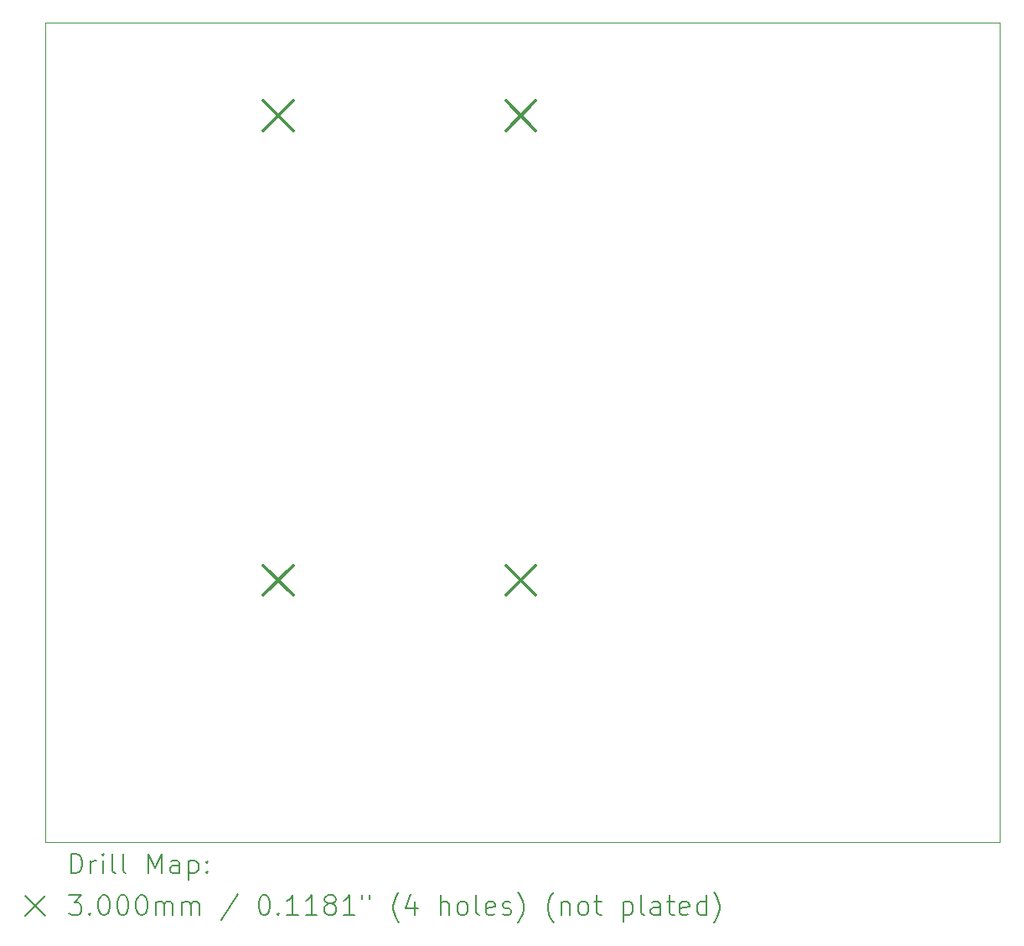
<source format=gbr>
%TF.GenerationSoftware,KiCad,Pcbnew,9.0.4*%
%TF.CreationDate,2025-11-06T19:22:00+05:30*%
%TF.ProjectId,projectxxxxxxx,70726f6a-6563-4747-9878-78787878782e,rev?*%
%TF.SameCoordinates,Original*%
%TF.FileFunction,Drillmap*%
%TF.FilePolarity,Positive*%
%FSLAX45Y45*%
G04 Gerber Fmt 4.5, Leading zero omitted, Abs format (unit mm)*
G04 Created by KiCad (PCBNEW 9.0.4) date 2025-11-06 19:22:00*
%MOMM*%
%LPD*%
G01*
G04 APERTURE LIST*
%ADD10C,0.050000*%
%ADD11C,0.200000*%
%ADD12C,0.300000*%
G04 APERTURE END LIST*
D10*
X5450000Y-5210000D02*
X15090000Y-5210000D01*
X15090000Y-13490000D01*
X5450000Y-13490000D01*
X5450000Y-5210000D01*
D11*
D12*
X7653500Y-5998000D02*
X7953500Y-6298000D01*
X7953500Y-5998000D02*
X7653500Y-6298000D01*
X7653500Y-10693000D02*
X7953500Y-10993000D01*
X7953500Y-10693000D02*
X7653500Y-10993000D01*
X10104500Y-5998000D02*
X10404500Y-6298000D01*
X10404500Y-5998000D02*
X10104500Y-6298000D01*
X10104500Y-10693000D02*
X10404500Y-10993000D01*
X10404500Y-10693000D02*
X10104500Y-10993000D01*
D11*
X5708277Y-13803984D02*
X5708277Y-13603984D01*
X5708277Y-13603984D02*
X5755896Y-13603984D01*
X5755896Y-13603984D02*
X5784467Y-13613508D01*
X5784467Y-13613508D02*
X5803515Y-13632555D01*
X5803515Y-13632555D02*
X5813039Y-13651603D01*
X5813039Y-13651603D02*
X5822562Y-13689698D01*
X5822562Y-13689698D02*
X5822562Y-13718269D01*
X5822562Y-13718269D02*
X5813039Y-13756365D01*
X5813039Y-13756365D02*
X5803515Y-13775412D01*
X5803515Y-13775412D02*
X5784467Y-13794460D01*
X5784467Y-13794460D02*
X5755896Y-13803984D01*
X5755896Y-13803984D02*
X5708277Y-13803984D01*
X5908277Y-13803984D02*
X5908277Y-13670650D01*
X5908277Y-13708746D02*
X5917801Y-13689698D01*
X5917801Y-13689698D02*
X5927324Y-13680174D01*
X5927324Y-13680174D02*
X5946372Y-13670650D01*
X5946372Y-13670650D02*
X5965420Y-13670650D01*
X6032086Y-13803984D02*
X6032086Y-13670650D01*
X6032086Y-13603984D02*
X6022562Y-13613508D01*
X6022562Y-13613508D02*
X6032086Y-13623031D01*
X6032086Y-13623031D02*
X6041610Y-13613508D01*
X6041610Y-13613508D02*
X6032086Y-13603984D01*
X6032086Y-13603984D02*
X6032086Y-13623031D01*
X6155896Y-13803984D02*
X6136848Y-13794460D01*
X6136848Y-13794460D02*
X6127324Y-13775412D01*
X6127324Y-13775412D02*
X6127324Y-13603984D01*
X6260658Y-13803984D02*
X6241610Y-13794460D01*
X6241610Y-13794460D02*
X6232086Y-13775412D01*
X6232086Y-13775412D02*
X6232086Y-13603984D01*
X6489229Y-13803984D02*
X6489229Y-13603984D01*
X6489229Y-13603984D02*
X6555896Y-13746841D01*
X6555896Y-13746841D02*
X6622562Y-13603984D01*
X6622562Y-13603984D02*
X6622562Y-13803984D01*
X6803515Y-13803984D02*
X6803515Y-13699222D01*
X6803515Y-13699222D02*
X6793991Y-13680174D01*
X6793991Y-13680174D02*
X6774943Y-13670650D01*
X6774943Y-13670650D02*
X6736848Y-13670650D01*
X6736848Y-13670650D02*
X6717801Y-13680174D01*
X6803515Y-13794460D02*
X6784467Y-13803984D01*
X6784467Y-13803984D02*
X6736848Y-13803984D01*
X6736848Y-13803984D02*
X6717801Y-13794460D01*
X6717801Y-13794460D02*
X6708277Y-13775412D01*
X6708277Y-13775412D02*
X6708277Y-13756365D01*
X6708277Y-13756365D02*
X6717801Y-13737317D01*
X6717801Y-13737317D02*
X6736848Y-13727793D01*
X6736848Y-13727793D02*
X6784467Y-13727793D01*
X6784467Y-13727793D02*
X6803515Y-13718269D01*
X6898753Y-13670650D02*
X6898753Y-13870650D01*
X6898753Y-13680174D02*
X6917801Y-13670650D01*
X6917801Y-13670650D02*
X6955896Y-13670650D01*
X6955896Y-13670650D02*
X6974943Y-13680174D01*
X6974943Y-13680174D02*
X6984467Y-13689698D01*
X6984467Y-13689698D02*
X6993991Y-13708746D01*
X6993991Y-13708746D02*
X6993991Y-13765888D01*
X6993991Y-13765888D02*
X6984467Y-13784936D01*
X6984467Y-13784936D02*
X6974943Y-13794460D01*
X6974943Y-13794460D02*
X6955896Y-13803984D01*
X6955896Y-13803984D02*
X6917801Y-13803984D01*
X6917801Y-13803984D02*
X6898753Y-13794460D01*
X7079705Y-13784936D02*
X7089229Y-13794460D01*
X7089229Y-13794460D02*
X7079705Y-13803984D01*
X7079705Y-13803984D02*
X7070182Y-13794460D01*
X7070182Y-13794460D02*
X7079705Y-13784936D01*
X7079705Y-13784936D02*
X7079705Y-13803984D01*
X7079705Y-13680174D02*
X7089229Y-13689698D01*
X7089229Y-13689698D02*
X7079705Y-13699222D01*
X7079705Y-13699222D02*
X7070182Y-13689698D01*
X7070182Y-13689698D02*
X7079705Y-13680174D01*
X7079705Y-13680174D02*
X7079705Y-13699222D01*
X5247500Y-14032500D02*
X5447500Y-14232500D01*
X5447500Y-14032500D02*
X5247500Y-14232500D01*
X5689229Y-14023984D02*
X5813039Y-14023984D01*
X5813039Y-14023984D02*
X5746372Y-14100174D01*
X5746372Y-14100174D02*
X5774943Y-14100174D01*
X5774943Y-14100174D02*
X5793991Y-14109698D01*
X5793991Y-14109698D02*
X5803515Y-14119222D01*
X5803515Y-14119222D02*
X5813039Y-14138269D01*
X5813039Y-14138269D02*
X5813039Y-14185888D01*
X5813039Y-14185888D02*
X5803515Y-14204936D01*
X5803515Y-14204936D02*
X5793991Y-14214460D01*
X5793991Y-14214460D02*
X5774943Y-14223984D01*
X5774943Y-14223984D02*
X5717801Y-14223984D01*
X5717801Y-14223984D02*
X5698753Y-14214460D01*
X5698753Y-14214460D02*
X5689229Y-14204936D01*
X5898753Y-14204936D02*
X5908277Y-14214460D01*
X5908277Y-14214460D02*
X5898753Y-14223984D01*
X5898753Y-14223984D02*
X5889229Y-14214460D01*
X5889229Y-14214460D02*
X5898753Y-14204936D01*
X5898753Y-14204936D02*
X5898753Y-14223984D01*
X6032086Y-14023984D02*
X6051134Y-14023984D01*
X6051134Y-14023984D02*
X6070182Y-14033508D01*
X6070182Y-14033508D02*
X6079705Y-14043031D01*
X6079705Y-14043031D02*
X6089229Y-14062079D01*
X6089229Y-14062079D02*
X6098753Y-14100174D01*
X6098753Y-14100174D02*
X6098753Y-14147793D01*
X6098753Y-14147793D02*
X6089229Y-14185888D01*
X6089229Y-14185888D02*
X6079705Y-14204936D01*
X6079705Y-14204936D02*
X6070182Y-14214460D01*
X6070182Y-14214460D02*
X6051134Y-14223984D01*
X6051134Y-14223984D02*
X6032086Y-14223984D01*
X6032086Y-14223984D02*
X6013039Y-14214460D01*
X6013039Y-14214460D02*
X6003515Y-14204936D01*
X6003515Y-14204936D02*
X5993991Y-14185888D01*
X5993991Y-14185888D02*
X5984467Y-14147793D01*
X5984467Y-14147793D02*
X5984467Y-14100174D01*
X5984467Y-14100174D02*
X5993991Y-14062079D01*
X5993991Y-14062079D02*
X6003515Y-14043031D01*
X6003515Y-14043031D02*
X6013039Y-14033508D01*
X6013039Y-14033508D02*
X6032086Y-14023984D01*
X6222562Y-14023984D02*
X6241610Y-14023984D01*
X6241610Y-14023984D02*
X6260658Y-14033508D01*
X6260658Y-14033508D02*
X6270182Y-14043031D01*
X6270182Y-14043031D02*
X6279705Y-14062079D01*
X6279705Y-14062079D02*
X6289229Y-14100174D01*
X6289229Y-14100174D02*
X6289229Y-14147793D01*
X6289229Y-14147793D02*
X6279705Y-14185888D01*
X6279705Y-14185888D02*
X6270182Y-14204936D01*
X6270182Y-14204936D02*
X6260658Y-14214460D01*
X6260658Y-14214460D02*
X6241610Y-14223984D01*
X6241610Y-14223984D02*
X6222562Y-14223984D01*
X6222562Y-14223984D02*
X6203515Y-14214460D01*
X6203515Y-14214460D02*
X6193991Y-14204936D01*
X6193991Y-14204936D02*
X6184467Y-14185888D01*
X6184467Y-14185888D02*
X6174943Y-14147793D01*
X6174943Y-14147793D02*
X6174943Y-14100174D01*
X6174943Y-14100174D02*
X6184467Y-14062079D01*
X6184467Y-14062079D02*
X6193991Y-14043031D01*
X6193991Y-14043031D02*
X6203515Y-14033508D01*
X6203515Y-14033508D02*
X6222562Y-14023984D01*
X6413039Y-14023984D02*
X6432086Y-14023984D01*
X6432086Y-14023984D02*
X6451134Y-14033508D01*
X6451134Y-14033508D02*
X6460658Y-14043031D01*
X6460658Y-14043031D02*
X6470182Y-14062079D01*
X6470182Y-14062079D02*
X6479705Y-14100174D01*
X6479705Y-14100174D02*
X6479705Y-14147793D01*
X6479705Y-14147793D02*
X6470182Y-14185888D01*
X6470182Y-14185888D02*
X6460658Y-14204936D01*
X6460658Y-14204936D02*
X6451134Y-14214460D01*
X6451134Y-14214460D02*
X6432086Y-14223984D01*
X6432086Y-14223984D02*
X6413039Y-14223984D01*
X6413039Y-14223984D02*
X6393991Y-14214460D01*
X6393991Y-14214460D02*
X6384467Y-14204936D01*
X6384467Y-14204936D02*
X6374943Y-14185888D01*
X6374943Y-14185888D02*
X6365420Y-14147793D01*
X6365420Y-14147793D02*
X6365420Y-14100174D01*
X6365420Y-14100174D02*
X6374943Y-14062079D01*
X6374943Y-14062079D02*
X6384467Y-14043031D01*
X6384467Y-14043031D02*
X6393991Y-14033508D01*
X6393991Y-14033508D02*
X6413039Y-14023984D01*
X6565420Y-14223984D02*
X6565420Y-14090650D01*
X6565420Y-14109698D02*
X6574943Y-14100174D01*
X6574943Y-14100174D02*
X6593991Y-14090650D01*
X6593991Y-14090650D02*
X6622563Y-14090650D01*
X6622563Y-14090650D02*
X6641610Y-14100174D01*
X6641610Y-14100174D02*
X6651134Y-14119222D01*
X6651134Y-14119222D02*
X6651134Y-14223984D01*
X6651134Y-14119222D02*
X6660658Y-14100174D01*
X6660658Y-14100174D02*
X6679705Y-14090650D01*
X6679705Y-14090650D02*
X6708277Y-14090650D01*
X6708277Y-14090650D02*
X6727324Y-14100174D01*
X6727324Y-14100174D02*
X6736848Y-14119222D01*
X6736848Y-14119222D02*
X6736848Y-14223984D01*
X6832086Y-14223984D02*
X6832086Y-14090650D01*
X6832086Y-14109698D02*
X6841610Y-14100174D01*
X6841610Y-14100174D02*
X6860658Y-14090650D01*
X6860658Y-14090650D02*
X6889229Y-14090650D01*
X6889229Y-14090650D02*
X6908277Y-14100174D01*
X6908277Y-14100174D02*
X6917801Y-14119222D01*
X6917801Y-14119222D02*
X6917801Y-14223984D01*
X6917801Y-14119222D02*
X6927324Y-14100174D01*
X6927324Y-14100174D02*
X6946372Y-14090650D01*
X6946372Y-14090650D02*
X6974943Y-14090650D01*
X6974943Y-14090650D02*
X6993991Y-14100174D01*
X6993991Y-14100174D02*
X7003515Y-14119222D01*
X7003515Y-14119222D02*
X7003515Y-14223984D01*
X7393991Y-14014460D02*
X7222563Y-14271603D01*
X7651134Y-14023984D02*
X7670182Y-14023984D01*
X7670182Y-14023984D02*
X7689229Y-14033508D01*
X7689229Y-14033508D02*
X7698753Y-14043031D01*
X7698753Y-14043031D02*
X7708277Y-14062079D01*
X7708277Y-14062079D02*
X7717801Y-14100174D01*
X7717801Y-14100174D02*
X7717801Y-14147793D01*
X7717801Y-14147793D02*
X7708277Y-14185888D01*
X7708277Y-14185888D02*
X7698753Y-14204936D01*
X7698753Y-14204936D02*
X7689229Y-14214460D01*
X7689229Y-14214460D02*
X7670182Y-14223984D01*
X7670182Y-14223984D02*
X7651134Y-14223984D01*
X7651134Y-14223984D02*
X7632086Y-14214460D01*
X7632086Y-14214460D02*
X7622563Y-14204936D01*
X7622563Y-14204936D02*
X7613039Y-14185888D01*
X7613039Y-14185888D02*
X7603515Y-14147793D01*
X7603515Y-14147793D02*
X7603515Y-14100174D01*
X7603515Y-14100174D02*
X7613039Y-14062079D01*
X7613039Y-14062079D02*
X7622563Y-14043031D01*
X7622563Y-14043031D02*
X7632086Y-14033508D01*
X7632086Y-14033508D02*
X7651134Y-14023984D01*
X7803515Y-14204936D02*
X7813039Y-14214460D01*
X7813039Y-14214460D02*
X7803515Y-14223984D01*
X7803515Y-14223984D02*
X7793991Y-14214460D01*
X7793991Y-14214460D02*
X7803515Y-14204936D01*
X7803515Y-14204936D02*
X7803515Y-14223984D01*
X8003515Y-14223984D02*
X7889229Y-14223984D01*
X7946372Y-14223984D02*
X7946372Y-14023984D01*
X7946372Y-14023984D02*
X7927325Y-14052555D01*
X7927325Y-14052555D02*
X7908277Y-14071603D01*
X7908277Y-14071603D02*
X7889229Y-14081127D01*
X8193991Y-14223984D02*
X8079706Y-14223984D01*
X8136848Y-14223984D02*
X8136848Y-14023984D01*
X8136848Y-14023984D02*
X8117801Y-14052555D01*
X8117801Y-14052555D02*
X8098753Y-14071603D01*
X8098753Y-14071603D02*
X8079706Y-14081127D01*
X8308277Y-14109698D02*
X8289229Y-14100174D01*
X8289229Y-14100174D02*
X8279706Y-14090650D01*
X8279706Y-14090650D02*
X8270182Y-14071603D01*
X8270182Y-14071603D02*
X8270182Y-14062079D01*
X8270182Y-14062079D02*
X8279706Y-14043031D01*
X8279706Y-14043031D02*
X8289229Y-14033508D01*
X8289229Y-14033508D02*
X8308277Y-14023984D01*
X8308277Y-14023984D02*
X8346372Y-14023984D01*
X8346372Y-14023984D02*
X8365420Y-14033508D01*
X8365420Y-14033508D02*
X8374944Y-14043031D01*
X8374944Y-14043031D02*
X8384467Y-14062079D01*
X8384467Y-14062079D02*
X8384467Y-14071603D01*
X8384467Y-14071603D02*
X8374944Y-14090650D01*
X8374944Y-14090650D02*
X8365420Y-14100174D01*
X8365420Y-14100174D02*
X8346372Y-14109698D01*
X8346372Y-14109698D02*
X8308277Y-14109698D01*
X8308277Y-14109698D02*
X8289229Y-14119222D01*
X8289229Y-14119222D02*
X8279706Y-14128746D01*
X8279706Y-14128746D02*
X8270182Y-14147793D01*
X8270182Y-14147793D02*
X8270182Y-14185888D01*
X8270182Y-14185888D02*
X8279706Y-14204936D01*
X8279706Y-14204936D02*
X8289229Y-14214460D01*
X8289229Y-14214460D02*
X8308277Y-14223984D01*
X8308277Y-14223984D02*
X8346372Y-14223984D01*
X8346372Y-14223984D02*
X8365420Y-14214460D01*
X8365420Y-14214460D02*
X8374944Y-14204936D01*
X8374944Y-14204936D02*
X8384467Y-14185888D01*
X8384467Y-14185888D02*
X8384467Y-14147793D01*
X8384467Y-14147793D02*
X8374944Y-14128746D01*
X8374944Y-14128746D02*
X8365420Y-14119222D01*
X8365420Y-14119222D02*
X8346372Y-14109698D01*
X8574944Y-14223984D02*
X8460658Y-14223984D01*
X8517801Y-14223984D02*
X8517801Y-14023984D01*
X8517801Y-14023984D02*
X8498753Y-14052555D01*
X8498753Y-14052555D02*
X8479706Y-14071603D01*
X8479706Y-14071603D02*
X8460658Y-14081127D01*
X8651134Y-14023984D02*
X8651134Y-14062079D01*
X8727325Y-14023984D02*
X8727325Y-14062079D01*
X9022563Y-14300174D02*
X9013039Y-14290650D01*
X9013039Y-14290650D02*
X8993991Y-14262079D01*
X8993991Y-14262079D02*
X8984468Y-14243031D01*
X8984468Y-14243031D02*
X8974944Y-14214460D01*
X8974944Y-14214460D02*
X8965420Y-14166841D01*
X8965420Y-14166841D02*
X8965420Y-14128746D01*
X8965420Y-14128746D02*
X8974944Y-14081127D01*
X8974944Y-14081127D02*
X8984468Y-14052555D01*
X8984468Y-14052555D02*
X8993991Y-14033508D01*
X8993991Y-14033508D02*
X9013039Y-14004936D01*
X9013039Y-14004936D02*
X9022563Y-13995412D01*
X9184468Y-14090650D02*
X9184468Y-14223984D01*
X9136849Y-14014460D02*
X9089230Y-14157317D01*
X9089230Y-14157317D02*
X9213039Y-14157317D01*
X9441611Y-14223984D02*
X9441611Y-14023984D01*
X9527325Y-14223984D02*
X9527325Y-14119222D01*
X9527325Y-14119222D02*
X9517801Y-14100174D01*
X9517801Y-14100174D02*
X9498753Y-14090650D01*
X9498753Y-14090650D02*
X9470182Y-14090650D01*
X9470182Y-14090650D02*
X9451134Y-14100174D01*
X9451134Y-14100174D02*
X9441611Y-14109698D01*
X9651134Y-14223984D02*
X9632087Y-14214460D01*
X9632087Y-14214460D02*
X9622563Y-14204936D01*
X9622563Y-14204936D02*
X9613039Y-14185888D01*
X9613039Y-14185888D02*
X9613039Y-14128746D01*
X9613039Y-14128746D02*
X9622563Y-14109698D01*
X9622563Y-14109698D02*
X9632087Y-14100174D01*
X9632087Y-14100174D02*
X9651134Y-14090650D01*
X9651134Y-14090650D02*
X9679706Y-14090650D01*
X9679706Y-14090650D02*
X9698753Y-14100174D01*
X9698753Y-14100174D02*
X9708277Y-14109698D01*
X9708277Y-14109698D02*
X9717801Y-14128746D01*
X9717801Y-14128746D02*
X9717801Y-14185888D01*
X9717801Y-14185888D02*
X9708277Y-14204936D01*
X9708277Y-14204936D02*
X9698753Y-14214460D01*
X9698753Y-14214460D02*
X9679706Y-14223984D01*
X9679706Y-14223984D02*
X9651134Y-14223984D01*
X9832087Y-14223984D02*
X9813039Y-14214460D01*
X9813039Y-14214460D02*
X9803515Y-14195412D01*
X9803515Y-14195412D02*
X9803515Y-14023984D01*
X9984468Y-14214460D02*
X9965420Y-14223984D01*
X9965420Y-14223984D02*
X9927325Y-14223984D01*
X9927325Y-14223984D02*
X9908277Y-14214460D01*
X9908277Y-14214460D02*
X9898753Y-14195412D01*
X9898753Y-14195412D02*
X9898753Y-14119222D01*
X9898753Y-14119222D02*
X9908277Y-14100174D01*
X9908277Y-14100174D02*
X9927325Y-14090650D01*
X9927325Y-14090650D02*
X9965420Y-14090650D01*
X9965420Y-14090650D02*
X9984468Y-14100174D01*
X9984468Y-14100174D02*
X9993992Y-14119222D01*
X9993992Y-14119222D02*
X9993992Y-14138269D01*
X9993992Y-14138269D02*
X9898753Y-14157317D01*
X10070182Y-14214460D02*
X10089230Y-14223984D01*
X10089230Y-14223984D02*
X10127325Y-14223984D01*
X10127325Y-14223984D02*
X10146373Y-14214460D01*
X10146373Y-14214460D02*
X10155896Y-14195412D01*
X10155896Y-14195412D02*
X10155896Y-14185888D01*
X10155896Y-14185888D02*
X10146373Y-14166841D01*
X10146373Y-14166841D02*
X10127325Y-14157317D01*
X10127325Y-14157317D02*
X10098753Y-14157317D01*
X10098753Y-14157317D02*
X10079706Y-14147793D01*
X10079706Y-14147793D02*
X10070182Y-14128746D01*
X10070182Y-14128746D02*
X10070182Y-14119222D01*
X10070182Y-14119222D02*
X10079706Y-14100174D01*
X10079706Y-14100174D02*
X10098753Y-14090650D01*
X10098753Y-14090650D02*
X10127325Y-14090650D01*
X10127325Y-14090650D02*
X10146373Y-14100174D01*
X10222563Y-14300174D02*
X10232087Y-14290650D01*
X10232087Y-14290650D02*
X10251134Y-14262079D01*
X10251134Y-14262079D02*
X10260658Y-14243031D01*
X10260658Y-14243031D02*
X10270182Y-14214460D01*
X10270182Y-14214460D02*
X10279706Y-14166841D01*
X10279706Y-14166841D02*
X10279706Y-14128746D01*
X10279706Y-14128746D02*
X10270182Y-14081127D01*
X10270182Y-14081127D02*
X10260658Y-14052555D01*
X10260658Y-14052555D02*
X10251134Y-14033508D01*
X10251134Y-14033508D02*
X10232087Y-14004936D01*
X10232087Y-14004936D02*
X10222563Y-13995412D01*
X10584468Y-14300174D02*
X10574944Y-14290650D01*
X10574944Y-14290650D02*
X10555896Y-14262079D01*
X10555896Y-14262079D02*
X10546373Y-14243031D01*
X10546373Y-14243031D02*
X10536849Y-14214460D01*
X10536849Y-14214460D02*
X10527325Y-14166841D01*
X10527325Y-14166841D02*
X10527325Y-14128746D01*
X10527325Y-14128746D02*
X10536849Y-14081127D01*
X10536849Y-14081127D02*
X10546373Y-14052555D01*
X10546373Y-14052555D02*
X10555896Y-14033508D01*
X10555896Y-14033508D02*
X10574944Y-14004936D01*
X10574944Y-14004936D02*
X10584468Y-13995412D01*
X10660658Y-14090650D02*
X10660658Y-14223984D01*
X10660658Y-14109698D02*
X10670182Y-14100174D01*
X10670182Y-14100174D02*
X10689230Y-14090650D01*
X10689230Y-14090650D02*
X10717801Y-14090650D01*
X10717801Y-14090650D02*
X10736849Y-14100174D01*
X10736849Y-14100174D02*
X10746373Y-14119222D01*
X10746373Y-14119222D02*
X10746373Y-14223984D01*
X10870182Y-14223984D02*
X10851134Y-14214460D01*
X10851134Y-14214460D02*
X10841611Y-14204936D01*
X10841611Y-14204936D02*
X10832087Y-14185888D01*
X10832087Y-14185888D02*
X10832087Y-14128746D01*
X10832087Y-14128746D02*
X10841611Y-14109698D01*
X10841611Y-14109698D02*
X10851134Y-14100174D01*
X10851134Y-14100174D02*
X10870182Y-14090650D01*
X10870182Y-14090650D02*
X10898754Y-14090650D01*
X10898754Y-14090650D02*
X10917801Y-14100174D01*
X10917801Y-14100174D02*
X10927325Y-14109698D01*
X10927325Y-14109698D02*
X10936849Y-14128746D01*
X10936849Y-14128746D02*
X10936849Y-14185888D01*
X10936849Y-14185888D02*
X10927325Y-14204936D01*
X10927325Y-14204936D02*
X10917801Y-14214460D01*
X10917801Y-14214460D02*
X10898754Y-14223984D01*
X10898754Y-14223984D02*
X10870182Y-14223984D01*
X10993992Y-14090650D02*
X11070182Y-14090650D01*
X11022563Y-14023984D02*
X11022563Y-14195412D01*
X11022563Y-14195412D02*
X11032087Y-14214460D01*
X11032087Y-14214460D02*
X11051134Y-14223984D01*
X11051134Y-14223984D02*
X11070182Y-14223984D01*
X11289230Y-14090650D02*
X11289230Y-14290650D01*
X11289230Y-14100174D02*
X11308277Y-14090650D01*
X11308277Y-14090650D02*
X11346373Y-14090650D01*
X11346373Y-14090650D02*
X11365420Y-14100174D01*
X11365420Y-14100174D02*
X11374944Y-14109698D01*
X11374944Y-14109698D02*
X11384468Y-14128746D01*
X11384468Y-14128746D02*
X11384468Y-14185888D01*
X11384468Y-14185888D02*
X11374944Y-14204936D01*
X11374944Y-14204936D02*
X11365420Y-14214460D01*
X11365420Y-14214460D02*
X11346373Y-14223984D01*
X11346373Y-14223984D02*
X11308277Y-14223984D01*
X11308277Y-14223984D02*
X11289230Y-14214460D01*
X11498753Y-14223984D02*
X11479706Y-14214460D01*
X11479706Y-14214460D02*
X11470182Y-14195412D01*
X11470182Y-14195412D02*
X11470182Y-14023984D01*
X11660658Y-14223984D02*
X11660658Y-14119222D01*
X11660658Y-14119222D02*
X11651134Y-14100174D01*
X11651134Y-14100174D02*
X11632087Y-14090650D01*
X11632087Y-14090650D02*
X11593992Y-14090650D01*
X11593992Y-14090650D02*
X11574944Y-14100174D01*
X11660658Y-14214460D02*
X11641611Y-14223984D01*
X11641611Y-14223984D02*
X11593992Y-14223984D01*
X11593992Y-14223984D02*
X11574944Y-14214460D01*
X11574944Y-14214460D02*
X11565420Y-14195412D01*
X11565420Y-14195412D02*
X11565420Y-14176365D01*
X11565420Y-14176365D02*
X11574944Y-14157317D01*
X11574944Y-14157317D02*
X11593992Y-14147793D01*
X11593992Y-14147793D02*
X11641611Y-14147793D01*
X11641611Y-14147793D02*
X11660658Y-14138269D01*
X11727325Y-14090650D02*
X11803515Y-14090650D01*
X11755896Y-14023984D02*
X11755896Y-14195412D01*
X11755896Y-14195412D02*
X11765420Y-14214460D01*
X11765420Y-14214460D02*
X11784468Y-14223984D01*
X11784468Y-14223984D02*
X11803515Y-14223984D01*
X11946373Y-14214460D02*
X11927325Y-14223984D01*
X11927325Y-14223984D02*
X11889230Y-14223984D01*
X11889230Y-14223984D02*
X11870182Y-14214460D01*
X11870182Y-14214460D02*
X11860658Y-14195412D01*
X11860658Y-14195412D02*
X11860658Y-14119222D01*
X11860658Y-14119222D02*
X11870182Y-14100174D01*
X11870182Y-14100174D02*
X11889230Y-14090650D01*
X11889230Y-14090650D02*
X11927325Y-14090650D01*
X11927325Y-14090650D02*
X11946373Y-14100174D01*
X11946373Y-14100174D02*
X11955896Y-14119222D01*
X11955896Y-14119222D02*
X11955896Y-14138269D01*
X11955896Y-14138269D02*
X11860658Y-14157317D01*
X12127325Y-14223984D02*
X12127325Y-14023984D01*
X12127325Y-14214460D02*
X12108277Y-14223984D01*
X12108277Y-14223984D02*
X12070182Y-14223984D01*
X12070182Y-14223984D02*
X12051134Y-14214460D01*
X12051134Y-14214460D02*
X12041611Y-14204936D01*
X12041611Y-14204936D02*
X12032087Y-14185888D01*
X12032087Y-14185888D02*
X12032087Y-14128746D01*
X12032087Y-14128746D02*
X12041611Y-14109698D01*
X12041611Y-14109698D02*
X12051134Y-14100174D01*
X12051134Y-14100174D02*
X12070182Y-14090650D01*
X12070182Y-14090650D02*
X12108277Y-14090650D01*
X12108277Y-14090650D02*
X12127325Y-14100174D01*
X12203515Y-14300174D02*
X12213039Y-14290650D01*
X12213039Y-14290650D02*
X12232087Y-14262079D01*
X12232087Y-14262079D02*
X12241611Y-14243031D01*
X12241611Y-14243031D02*
X12251134Y-14214460D01*
X12251134Y-14214460D02*
X12260658Y-14166841D01*
X12260658Y-14166841D02*
X12260658Y-14128746D01*
X12260658Y-14128746D02*
X12251134Y-14081127D01*
X12251134Y-14081127D02*
X12241611Y-14052555D01*
X12241611Y-14052555D02*
X12232087Y-14033508D01*
X12232087Y-14033508D02*
X12213039Y-14004936D01*
X12213039Y-14004936D02*
X12203515Y-13995412D01*
M02*

</source>
